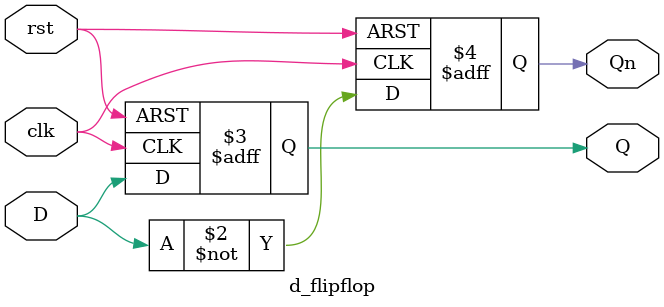
<source format=v>
module d_flipflop (
    input D,        // Input D
    input clk,      // Clock input
    input rst,      // Asynchronous Reset
    output reg Q,   // Output Q
    output reg Qn   // Output Qn (Q not)
);
    always @(posedge clk or posedge rst) begin
        if (rst) begin
            Q <= 0;
            Qn <= 1;
        end else begin
            Q <= D;
            Qn <= ~D;
        end
    end
endmodule

</source>
